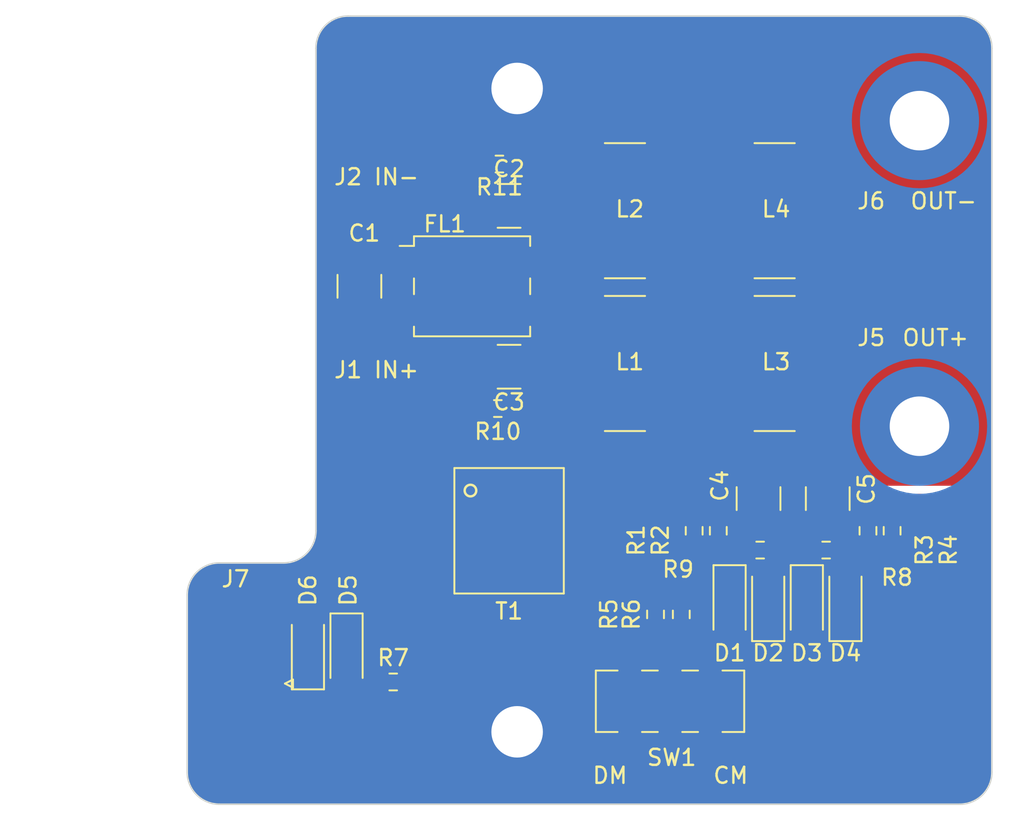
<source format=kicad_pcb>
(kicad_pcb (version 20221018) (generator pcbnew)
  (layers (0 "F.Cu" signal) (31 "B.Cu" signal) (34 "B.Paste" user) (35 "F.Paste" user) (36 "B.SilkS" user "B.Silkscreen") (37 "F.SilkS" user "F.Silkscreen") (38 "B.Mask" user) (39 "F.Mask" user) (44 "Edge.Cuts" user))
  (net 0 "")
  (net 1 "/IN_P")
  (net 2 "/IN_M")
  (net 3 "/INF_M")
  (net 4 "GND")
  (net 5 "/INF_P")
  (net 6 "/OUT_M")
  (net 7 "/OUT_P")
  (net 8 "/OUTPUT")
  (net 9 "/COMMON_MODE")
  (net 10 "Net-(SW1A-C)")
  (net 11 "/DIFF_MODE")
  (net 12 "Net-(C4-Pad2)")
  (net 13 "Net-(C5-Pad2)")
  (net 14 "Net-(D1-K)")
  (net 15 "Net-(D3-K)")
  (net 16 "Net-(D5-A)")
  (net 17 "Net-(L1-Pad2)")
  (net 18 "Net-(L2-Pad2)")
  (footprint "Inductor_SMD:L_Bourns-SRN8040_8x8.15mm" (layer "F.Cu") (at 152.2 78.1)
    (fp_text reference "L2" (at 0.3 -0.1) (layer "F.SilkS"))
    (fp_text value "22µH")
    (fp_line (start -1.25 4.2) (end 1.25 4.2) (stroke (width 0.12)) (layer "F.SilkS"))
    (fp_line (start 1.25 -4.2) (end -1.25 -4.2) (stroke (width 0.12)) (layer "F.SilkS"))
    (pad "1" smd rect (at -2.8 0) (size 2.6 8.2) (layers "F.Cu" "F.Paste" "F.Mask") (net 3 "/INF_M"))
    (pad "2" smd rect (at 2.8 0) (size 2.6 8.2) (layers "F.Cu" "F.Paste" "F.Mask") (net 18 "Net-(L2-Pad2)"))
  )
  (footprint "footprints:SWB2010-SMLD" (layer "F.Cu") (at 145 98)
    (fp_text reference "T1" (at 0 5) (layer "F.SilkS"))
    (fp_text value "SWB2010")
    (fp_line (start -3.4 -3.9) (end 3.4 -3.9) (stroke (width 0.12)) (layer "F.SilkS"))
    (fp_line (start -3.4 3.9) (end -3.4 -3.9) (stroke (width 0.12)) (layer "F.SilkS"))
    (fp_line (start 3.4 -3.9) (end 3.4 3.9) (stroke (width 0.12)) (layer "F.SilkS"))
    (fp_line (start 3.4 3.9) (end -3.4 3.9) (stroke (width 0.12)) (layer "F.SilkS"))
    (fp_circle (center -2.4 -2.5) (end -2.1 -2.3) (stroke (width 0.15)) (fill none) (layer "F.SilkS"))
    (pad "1" smd roundrect (at -5.6 -2.5) (size 3 0.8) (layers "F.Cu" "F.Paste" "F.Mask") (net 4 "GND"))
    (pad "2" smd roundrect (at -5.6 2.5) (size 3 0.8) (layers "F.Cu" "F.Paste" "F.Mask") (net 11 "/DIFF_MODE"))
    (pad "3" smd roundrect (at 5.6 2.5) (size 3 0.8) (layers "F.Cu" "F.Paste" "F.Mask") (net 15 "Net-(D3-K)"))
    (pad "4" smd roundrect (at 5.6 0) (size 3 0.8) (layers "F.Cu" "F.Paste" "F.Mask") (net 9 "/COMMON_MODE"))
    (pad "5" smd roundrect (at 5.6 -2.5) (size 3 0.8) (layers "F.Cu" "F.Paste" "F.Mask") (net 14 "Net-(D1-K)"))
    (pad "NC" smd roundrect (at -5.6 0) (size 3 0.8) (layers "F.Cu" "F.Paste" "F.Mask"))
  )
  (footprint "Resistor_SMD:R_0603_1608Metric" (layer "F.Cu") (at 154.1 103.2 90)
    (fp_text reference "R5" (at 0 -2.9 90) (layer "F.SilkS"))
    (fp_text value "82")
    (fp_line (start -0.237258 -0.5225) (end 0.237258 -0.5225) (stroke (width 0.12)) (layer "F.SilkS"))
    (fp_line (start -0.237258 0.5225) (end 0.237258 0.5225) (stroke (width 0.12)) (layer "F.SilkS"))
    (pad "1" smd roundrect (at -0.825 0 90) (size 0.8 0.95) (layers "F.Cu" "F.Paste" "F.Mask") (net 9 "/COMMON_MODE"))
    (pad "2" smd roundrect (at 0.825 0 90) (size 0.8 0.95) (layers "F.Cu" "F.Paste" "F.Mask") (net 4 "GND"))
  )
  (footprint "Resistor_SMD:R_0603_1608Metric" (layer "F.Cu") (at 164.7 99.2 180)
    (fp_text reference "R8" (at -4.4 -1.7) (layer "F.SilkS"))
    (fp_text value "68")
    (fp_line (start -0.237258 -0.5225) (end 0.237258 -0.5225) (stroke (width 0.12)) (layer "F.SilkS"))
    (fp_line (start -0.237258 0.5225) (end 0.237258 0.5225) (stroke (width 0.12)) (layer "F.SilkS"))
    (pad "1" smd roundrect (at -0.825 0 180) (size 0.8 0.95) (layers "F.Cu" "F.Paste" "F.Mask") (net 15 "Net-(D3-K)"))
    (pad "2" smd roundrect (at 0.825 0 180) (size 0.8 0.95) (layers "F.Cu" "F.Paste" "F.Mask") (net 4 "GND"))
  )
  (footprint "MountingHole:MountingHole_3.7mm_Pad" (layer "F.Cu") (at 170.5 72.5)
    (fp_text reference "J6" (at -3 5) (layer "F.SilkS"))
    (fp_text value "OUT-" (at 1.5 5) (layer "F.SilkS"))
    (pad "1" thru_hole circle (at 0 0) (size 7.4 7.4) (drill 3.7) (layers "*.Cu" "*.Mask") (net 6 "/OUT_M"))
  )
  (footprint "Capacitor_SMD:C_1210_3225Metric" (layer "F.Cu") (at 145 87.8 180)
    (fp_text reference "C3" (at 0 -2.2) (layer "F.SilkS"))
    (fp_text value "1µF")
    (fp_line (start -0.711252 -1.36) (end 0.711252 -1.36) (stroke (width 0.12)) (layer "F.SilkS"))
    (fp_line (start -0.711252 1.36) (end 0.711252 1.36) (stroke (width 0.12)) (layer "F.SilkS"))
    (pad "1" smd roundrect (at -1.475 0 180) (size 1.15 2.7) (layers "F.Cu" "F.Paste" "F.Mask") (roundrect_rratio 0.2173913043) (net 5 "/INF_P"))
    (pad "2" smd roundrect (at 1.475 0 180) (size 1.15 2.7) (layers "F.Cu" "F.Paste" "F.Mask") (roundrect_rratio 0.2173913043) (net 4 "GND"))
  )
  (footprint "Inductor_SMD:L_CommonModeChoke_TDK_ACM7060" (layer "F.Cu") (at 142.7 82.8)
    (fp_text reference "FL1" (at -1.7 -3.87) (layer "F.SilkS"))
    (fp_text value "CM7060")
    (fp_line (start -3.61 -3.11) (end 3.61 -3.11) (stroke (width 0.12)) (layer "F.SilkS"))
    (fp_line (start -3.61 -2.51) (end -4.5 -2.51) (stroke (width 0.12)) (layer "F.SilkS"))
    (fp_line (start -3.61 -2.51) (end -3.61 -3.11) (stroke (width 0.12)) (layer "F.SilkS"))
    (fp_line (start -3.61 0.49) (end -3.61 -0.49) (stroke (width 0.12)) (layer "F.SilkS"))
    (fp_line (start -3.61 3.11) (end -3.61 2.51) (stroke (width 0.12)) (layer "F.SilkS"))
    (fp_line (start -3.61 3.11) (end 3.61 3.11) (stroke (width 0.12)) (layer "F.SilkS"))
    (fp_line (start 3.61 -2.51) (end 3.61 -3.11) (stroke (width 0.12)) (layer "F.SilkS"))
    (fp_line (start 3.61 0.49) (end 3.61 -0.49) (stroke (width 0.12)) (layer "F.SilkS"))
    (fp_line (start 3.61 3.11) (end 3.61 2.51) (stroke (width 0.12)) (layer "F.SilkS"))
    (pad "1" smd roundrect (at -3.25 -1.5) (size 2.5 1.5) (layers "F.Cu" "F.Paste" "F.Mask") (roundrect_rratio 0.1666666667) (net 2 "/IN_M"))
    (pad "2" smd roundrect (at -3.25 1.5) (size 2.5 1.5) (layers "F.Cu" "F.Paste" "F.Mask") (roundrect_rratio 0.1666666667) (net 1 "/IN_P"))
    (pad "3" smd roundrect (at 3.25 1.5) (size 2.5 1.5) (layers "F.Cu" "F.Paste" "F.Mask") (roundrect_rratio 0.1666666667) (net 5 "/INF_P"))
    (pad "4" smd roundrect (at 3.25 -1.5) (size 2.5 1.5) (layers "F.Cu" "F.Paste" "F.Mask") (roundrect_rratio 0.1666666667) (net 3 "/INF_M"))
  )
  (footprint "Capacitor_SMD:C_1210_3225Metric" (layer "F.Cu") (at 164.8 96 -90)
    (fp_text reference "C5" (at -0.6 -2.4 90) (layer "F.SilkS"))
    (fp_text value "1µF")
    (fp_line (start -0.711252 -1.36) (end 0.711252 -1.36) (stroke (width 0.12)) (layer "F.SilkS"))
    (fp_line (start -0.711252 1.36) (end 0.711252 1.36) (stroke (width 0.12)) (layer "F.SilkS"))
    (pad "1" smd roundrect (at -1.475 0 270) (size 1.15 2.7) (layers "F.Cu" "F.Paste" "F.Mask") (roundrect_rratio 0.2173913043) (net 7 "/OUT_P"))
    (pad "2" smd roundrect (at 1.475 0 270) (size 1.15 2.7) (layers "F.Cu" "F.Paste" "F.Mask") (roundrect_rratio 0.2173913043) (net 13 "Net-(C5-Pad2)"))
  )
  (footprint "Capacitor_SMD:C_1210_3225Metric" (layer "F.Cu") (at 135.7 82.8 90)
    (fp_text reference "C1" (at 3.3 0.3 180) (layer "F.SilkS"))
    (fp_text value "1µF")
    (fp_line (start -0.711252 -1.36) (end 0.711252 -1.36) (stroke (width 0.12)) (layer "F.SilkS"))
    (fp_line (start -0.711252 1.36) (end 0.711252 1.36) (stroke (width 0.12)) (layer "F.SilkS"))
    (pad "1" smd roundrect (at -1.475 0 90) (size 1.15 2.7) (layers "F.Cu" "F.Paste" "F.Mask") (roundrect_rratio 0.2173913043) (net 1 "/IN_P"))
    (pad "2" smd roundrect (at 1.475 0 90) (size 1.15 2.7) (layers "F.Cu" "F.Paste" "F.Mask") (roundrect_rratio 0.2173913043) (net 2 "/IN_M"))
  )
  (footprint "Inductor_SMD:L_Bourns-SRN8040_8x8.15mm" (layer "F.Cu") (at 161.5 87.6)
    (fp_text reference "L3" (at 0.09 -0.1) (layer "F.SilkS"))
    (fp_text value "22µH")
    (fp_line (start -1.25 4.2) (end 1.25 4.2) (stroke (width 0.12)) (layer "F.SilkS"))
    (fp_line (start 1.25 -4.2) (end -1.25 -4.2) (stroke (width 0.12)) (layer "F.SilkS"))
    (pad "1" smd rect (at -2.8 0) (size 2.6 8.2) (layers "F.Cu" "F.Paste" "F.Mask") (net 17 "Net-(L1-Pad2)"))
    (pad "2" smd rect (at 2.8 0) (size 2.6 8.2) (layers "F.Cu" "F.Paste" "F.Mask") (net 7 "/OUT_P"))
  )
  (footprint "Diode_SMD:D_SOD-123" (layer "F.Cu") (at 161.1 102.5 90)
    (fp_text reference "D2" (at -3.1 0 180) (layer "F.SilkS"))
    (fp_text value "DSS16")
    (fp_line (start -2.36 -1) (end -2.36 1) (stroke (width 0.12)) (layer "F.SilkS"))
    (fp_line (start -2.36 -1) (end 1.65 -1) (stroke (width 0.12)) (layer "F.SilkS"))
    (fp_line (start -2.36 1) (end 1.65 1) (stroke (width 0.12)) (layer "F.SilkS"))
    (pad "1" smd roundrect (at -1.65 0 90) (size 0.9 1.2) (layers "F.Cu" "F.Paste" "F.Mask") (net 4 "GND"))
    (pad "2" smd roundrect (at 1.65 0 90) (size 0.9 1.2) (layers "F.Cu" "F.Paste" "F.Mask") (net 14 "Net-(D1-K)"))
  )
  (footprint "Diode_SMD:D_SOD-123" (layer "F.Cu") (at 134.9 105.5 -90)
    (fp_text reference "D5" (at -3.8 -0.1 90) (layer "F.SilkS"))
    (fp_text value "BAT54GW")
    (fp_line (start -2.36 -1) (end -2.36 1) (stroke (width 0.12)) (layer "F.SilkS"))
    (fp_line (start -2.36 -1) (end 1.65 -1) (stroke (width 0.12)) (layer "F.SilkS"))
    (fp_line (start -2.36 1) (end 1.65 1) (stroke (width 0.12)) (layer "F.SilkS"))
    (pad "1" smd roundrect (at -1.65 0 270) (size 0.9 1.2) (layers "F.Cu" "F.Paste" "F.Mask") (net 4 "GND"))
    (pad "2" smd roundrect (at 1.65 0 270) (size 0.9 1.2) (layers "F.Cu" "F.Paste" "F.Mask") (net 16 "Net-(D5-A)"))
  )
  (footprint "footprints:SW_DPDT_CK_JS202011JCQN" (layer "F.Cu") (at 155 108.6 180)
    (fp_text reference "SW1" (at -0.1 -3.5) (layer "F.SilkS"))
    (fp_text value "DPDT")
    (fp_line (start -4.61 -1.91) (end -4.61 1.91) (stroke (width 0.12)) (layer "F.SilkS"))
    (fp_line (start -4.61 1.91) (end -3.26 1.91) (stroke (width 0.12)) (layer "F.SilkS"))
    (fp_line (start -3.26 -1.91) (end -4.61 -1.91) (stroke (width 0.12)) (layer "F.SilkS"))
    (fp_line (start -0.76 -1.91) (end -1.74 -1.91) (stroke (width 0.12)) (layer "F.SilkS"))
    (fp_line (start -0.76 1.91) (end -1.74 1.91) (stroke (width 0.12)) (layer "F.SilkS"))
    (fp_line (start 1.74 -1.91) (end 0.76 -1.91) (stroke (width 0.12)) (layer "F.SilkS"))
    (fp_line (start 1.74 1.91) (end 0.76 1.91) (stroke (width 0.12)) (layer "F.SilkS"))
    (fp_line (start 4.61 -1.91) (end 3.26 -1.91) (stroke (width 0.12)) (layer "F.SilkS"))
    (fp_line (start 4.61 -1.91) (end 4.61 1.91) (stroke (width 0.12)) (layer "F.SilkS"))
    (fp_line (start 4.61 1.91) (end 3.26 1.91) (stroke (width 0.12)) (layer "F.SilkS"))
    (pad "1" smd rect (at -2.5 -1.4 180) (size 1 2) (layers "F.Cu" "F.Paste" "F.Mask") (net 8 "/OUTPUT"))
    (pad "2" smd rect (at 0 -1.4 180) (size 1 2) (layers "F.Cu" "F.Paste" "F.Mask") (net 9 "/COMMON_MODE"))
    (pad "3" smd rect (at 2.5 -1.4 180) (size 1 2) (layers "F.Cu" "F.Paste" "F.Mask") (net 10 "Net-(SW1A-C)"))
    (pad "4" smd rect (at -2.5 1.4 180) (size 1 2) (layers "F.Cu" "F.Paste" "F.Mask") (net 10 "Net-(SW1A-C)"))
    (pad "5" smd rect (at 0 1.4 180) (size 1 2) (layers "F.Cu" "F.Paste" "F.Mask") (net 11 "/DIFF_MODE"))
    (pad "6" smd rect (at 2.5 1.4 180) (size 1 2) (layers "F.Cu" "F.Paste" "F.Mask") (net 8 "/OUTPUT"))
  )
  (footprint "Resistor_SMD:R_0603_1608Metric" (layer "F.Cu") (at 158 98 -90)
    (fp_text reference "R2" (at 0.6 3.6 90) (layer "F.SilkS"))
    (fp_text value "50")
    (fp_line (start -0.237258 -0.5225) (end 0.237258 -0.5225) (stroke (width 0.12)) (layer "F.SilkS"))
    (fp_line (start -0.237258 0.5225) (end 0.237258 0.5225) (stroke (width 0.12)) (layer "F.SilkS"))
    (pad "1" smd roundrect (at -0.825 0 270) (size 0.8 0.95) (layers "F.Cu" "F.Paste" "F.Mask") (net 12 "Net-(C4-Pad2)"))
    (pad "2" smd roundrect (at 0.825 0 270) (size 0.8 0.95) (layers "F.Cu" "F.Paste" "F.Mask") (net 14 "Net-(D1-K)"))
  )
  (footprint "Resistor_SMD:R_0603_1608Metric" (layer "F.Cu") (at 160.6 99.2)
    (fp_text reference "R9" (at -5.1 1.2) (layer "F.SilkS"))
    (fp_text value "68")
    (fp_line (start -0.237258 -0.5225) (end 0.237258 -0.5225) (stroke (width 0.12)) (layer "F.SilkS"))
    (fp_line (start -0.237258 0.5225) (end 0.237258 0.5225) (stroke (width 0.12)) (layer "F.SilkS"))
    (pad "1" smd roundrect (at -0.825 0) (size 0.8 0.95) (layers "F.Cu" "F.Paste" "F.Mask") (net 14 "Net-(D1-K)"))
    (pad "2" smd roundrect (at 0.825 0) (size 0.8 0.95) (layers "F.Cu" "F.Paste" "F.Mask") (net 4 "GND"))
  )
  (footprint "MountingHole:MountingHole_3.2mm_M3_Pad" (layer "F.Cu") (at 145.5 70.5)
    (fp_text reference "J3" hide)
    (fp_text value "GND")
    (pad "1" thru_hole circle (at 0 0) (size 6.4 6.4) (drill 3.2) (layers "*.Cu" "*.Mask") (net 4 "GND"))
  )
  (footprint "Resistor_SMD:R_0603_1608Metric" (layer "F.Cu") (at 144.3 90.4 180)
    (fp_text reference "R10" (at 0 -1.43) (layer "F.SilkS"))
    (fp_text value "100k")
    (fp_line (start -0.237258 -0.5225) (end 0.237258 -0.5225) (stroke (width 0.12)) (layer "F.SilkS"))
    (fp_line (start -0.237258 0.5225) (end 0.237258 0.5225) (stroke (width 0.12)) (layer "F.SilkS"))
    (pad "1" smd roundrect (at -0.825 0 180) (size 0.8 0.95) (layers "F.Cu" "F.Paste" "F.Mask") (net 5 "/INF_P"))
    (pad "2" smd roundrect (at 0.825 0 180) (size 0.8 0.95) (layers "F.Cu" "F.Paste" "F.Mask") (net 4 "GND"))
  )
  (footprint "Resistor_SMD:R_0603_1608Metric" (layer "F.Cu") (at 168.8 98 -90)
    (fp_text reference "R4" (at 1.2 -3.5 90) (layer "F.SilkS"))
    (fp_text value "50")
    (fp_line (start -0.237258 -0.5225) (end 0.237258 -0.5225) (stroke (width 0.12)) (layer "F.SilkS"))
    (fp_line (start -0.237258 0.5225) (end 0.237258 0.5225) (stroke (width 0.12)) (layer "F.SilkS"))
    (pad "1" smd roundrect (at -0.825 0 270) (size 0.8 0.95) (layers "F.Cu" "F.Paste" "F.Mask") (net 13 "Net-(C5-Pad2)"))
    (pad "2" smd roundrect (at 0.825 0 270) (size 0.8 0.95) (layers "F.Cu" "F.Paste" "F.Mask") (net 15 "Net-(D3-K)"))
  )
  (footprint "Inductor_SMD:L_Bourns-SRN8040_8x8.15mm" (layer "F.Cu") (at 152.2 87.6)
    (fp_text reference "L1" (at 0.3 -0.1) (layer "F.SilkS"))
    (fp_text value "22µH")
    (fp_line (start -1.25 4.2) (end 1.25 4.2) (stroke (width 0.12)) (layer "F.SilkS"))
    (fp_line (start 1.25 -4.2) (end -1.25 -4.2) (stroke (width 0.12)) (layer "F.SilkS"))
    (pad "1" smd rect (at -2.8 0) (size 2.6 8.2) (layers "F.Cu" "F.Paste" "F.Mask") (net 5 "/INF_P"))
    (pad "2" smd rect (at 2.8 0) (size 2.6 8.2) (layers "F.Cu" "F.Paste" "F.Mask") (net 17 "Net-(L1-Pad2)"))
  )
  (footprint "Diode_SMD:D_SOD-123" (layer "F.Cu") (at 163.5 102.5 -90)
    (fp_text reference "D3" (at 3.1 0 -180) (layer "F.SilkS"))
    (fp_text value "DSS16")
    (fp_line (start -2.36 -1) (end -2.36 1) (stroke (width 0.12)) (layer "F.SilkS"))
    (fp_line (start -2.36 -1) (end 1.65 -1) (stroke (width 0.12)) (layer "F.SilkS"))
    (fp_line (start -2.36 1) (end 1.65 1) (stroke (width 0.12)) (layer "F.SilkS"))
    (pad "1" smd roundrect (at -1.65 0 270) (size 0.9 1.2) (layers "F.Cu" "F.Paste" "F.Mask") (net 15 "Net-(D3-K)"))
    (pad "2" smd roundrect (at 1.65 0 270) (size 0.9 1.2) (layers "F.Cu" "F.Paste" "F.Mask") (net 4 "GND"))
  )
  (footprint "footprints:BANANA_JACK_108-0902-001" (layer "F.Cu") (at 137.425 91.5)
    (fp_text reference "J1" (at -2.425 -3.5 unlocked) (layer "F.SilkS"))
    (fp_text value "IN+" (at 0.575 -3.5 unlocked) (layer "F.SilkS"))
    (pad "1" smd roundrect (at 0 0) (size 8 5) (layers "F.Cu" "F.Paste" "F.Mask") (roundrect_rratio 0.05) (net 1 "/IN_P"))
  )
  (footprint "Resistor_SMD:R_0603_1608Metric" (layer "F.Cu") (at 155.7 103.2 -90)
    (fp_text reference "R6" (at 0 3.1 90) (layer "F.SilkS"))
    (fp_text value "82")
    (fp_line (start -0.237258 -0.5225) (end 0.237258 -0.5225) (stroke (width 0.12)) (layer "F.SilkS"))
    (fp_line (start -0.237258 0.5225) (end 0.237258 0.5225) (stroke (width 0.12)) (layer "F.SilkS"))
    (pad "1" smd roundrect (at -0.825 0 270) (size 0.8 0.95) (layers "F.Cu" "F.Paste" "F.Mask") (net 4 "GND"))
    (pad "2" smd roundrect (at 0.825 0 270) (size 0.8 0.95) (layers "F.Cu" "F.Paste" "F.Mask") (net 10 "Net-(SW1A-C)"))
  )
  (footprint "Capacitor_SMD:C_1210_3225Metric" (layer "F.Cu") (at 145 77.8 180)
    (fp_text reference "C2" (at 0 2.3) (layer "F.SilkS"))
    (fp_text value "1µF")
    (fp_line (start -0.711252 -1.36) (end 0.711252 -1.36) (stroke (width 0.12)) (layer "F.SilkS"))
    (fp_line (start -0.711252 1.36) (end 0.711252 1.36) (stroke (width 0.12)) (layer "F.SilkS"))
    (pad "1" smd roundrect (at -1.475 0 180) (size 1.15 2.7) (layers "F.Cu" "F.Paste" "F.Mask") (roundrect_rratio 0.2173913043) (net 3 "/INF_M"))
    (pad "2" smd roundrect (at 1.475 0 180) (size 1.15 2.7) (layers "F.Cu" "F.Paste" "F.Mask") (roundrect_rratio 0.2173913043) (net 4 "GND"))
  )
  (footprint "MountingHole:MountingHole_3.7mm_Pad" (layer "F.Cu") (at 170.5 91.5)
    (fp_text reference "J5" (at -3 -5.5) (layer "F.SilkS"))
    (fp_text value "OUT+" (at 1 -5.5) (layer "F.SilkS"))
    (pad "1" thru_hole circle (at 0 0) (size 7.4 7.4) (drill 3.7) (layers "*.Cu" "*.Mask") (net 7 "/OUT_P"))
  )
  (footprint "Inductor_SMD:L_Bourns-SRN8040_8x8.15mm" (layer "F.Cu") (at 161.5 78.1)
    (fp_text reference "L4" (at 0.09 -0.1) (layer "F.SilkS"))
    (fp_text value "22µH")
    (fp_line (start -1.25 4.2) (end 1.25 4.2) (stroke (width 0.12)) (layer "F.SilkS"))
    (fp_line (start 1.25 -4.2) (end -1.25 -4.2) (stroke (width 0.12)) (layer "F.SilkS"))
    (pad "1" smd rect (at -2.8 0) (size 2.6 8.2) (layers "F.Cu" "F.Paste" "F.Mask") (net 18 "Net-(L2-Pad2)"))
    (pad "2" smd rect (at 2.8 0) (size 2.6 8.2) (layers "F.Cu" "F.Paste" "F.Mask") (net 6 "/OUT_M"))
  )
  (footprint "MountingHole:MountingHole_3.2mm_M3_Pad" (layer "F.Cu") (at 145.5 110.5)
    (fp_text reference "J4" hide)
    (fp_text value "GND")
    (pad "1" thru_hole circle (at 0 0) (size 6.4 6.4) (drill 3.2) (layers "*.Cu" "*.Mask") (net 4 "GND"))
  )
  (footprint "Diode_SMD:D_SOD-123" (layer "F.Cu") (at 165.9 102.5 90)
    (fp_text reference "D4" (at -3.1 0 180) (layer "F.SilkS"))
    (fp_text value "DSS16")
    (fp_line (start -2.36 -1) (end -2.36 1) (stroke (width 0.12)) (layer "F.SilkS"))
    (fp_line (start -2.36 -1) (end 1.65 -1) (stroke (width 0.12)) (layer "F.SilkS"))
    (fp_line (start -2.36 1) (end 1.65 1) (stroke (width 0.12)) (layer "F.SilkS"))
    (pad "1" smd roundrect (at -1.65 0 90) (size 0.9 1.2) (layers "F.Cu" "F.Paste" "F.Mask") (net 4 "GND"))
    (pad "2" smd roundrect (at 1.65 0 90) (size 0.9 1.2) (layers "F.Cu" "F.Paste" "F.Mask") (net 15 "Net-(D3-K)"))
  )
  (footprint "Resistor_SMD:R_0603_1608Metric" (layer "F.Cu") (at 167.3 98 -90)
    (fp_text reference "R3" (at 1.2 -3.5 90) (layer "F.SilkS"))
    (fp_text value "50")
    (fp_line (start -0.237258 -0.5225) (end 0.237258 -0.5225) (stroke (width 0.12)) (layer "F.SilkS"))
    (fp_line (start -0.237258 0.5225) (end 0.237258 0.5225) (stroke (width 0.12)) (layer "F.SilkS"))
    (pad "1" smd roundrect (at -0.825 0 270) (size 0.8 0.95) (layers "F.Cu" "F.Paste" "F.Mask") (net 13 "Net-(C5-Pad2)"))
    (pad "2" smd roundrect (at 0.825 0 270) (size 0.8 0.95) (layers "F.Cu" "F.Paste" "F.Mask") (net 15 "Net-(D3-K)"))
  )
  (footprint "Connector_Coaxial:SMA_Amphenol_132289_EdgeMount" (layer "F.Cu") (at 127.8625 107.5 180)
    (fp_text reference "J7" (at -0.1375 6.5 180) (layer "F.SilkS"))
    (fp_text value "SMA")
    (fp_line (start -3.71 -0.25) (end -3.71 0.25) (stroke (width 0.12)) (layer "F.SilkS"))
    (fp_line (start -3.71 0.25) (end -3.21 0) (stroke (width 0.12)) (layer "F.SilkS"))
    (fp_line (start -3.21 0) (end -3.71 -0.25) (stroke (width 0.12)) (layer "F.SilkS"))
    (pad "1" smd rect (at 0 0 270) (size 1.5 5.08) (layers "F.Cu" "F.Paste" "F.Mask") (net 16 "Net-(D5-A)"))
    (pad "2" smd rect (at 0 -4.25 270) (size 1.5 5.08) (layers "F.Cu" "F.Paste" "F.Mask") (net 4 "GND"))
    (pad "2" smd rect (at 0 -4.25 270) (size 1.5 5.08) (layers "B.Cu" "B.Paste" "B.Mask") (net 4 "GND"))
    (pad "2" smd rect (at 0 4.25 270) (size 1.5 5.08) (layers "F.Cu" "F.Paste" "F.Mask") (net 4 "GND"))
    (pad "2" smd rect (at 0 4.25 270) (size 1.5 5.08) (layers "B.Cu" "B.Paste" "B.Mask") (net 4 "GND"))
  )
  (footprint "Diode_SMD:D_SOD-123" (layer "F.Cu") (at 158.7 102.5 -90)
    (fp_text reference "D1" (at 3.1 0 -180) (layer "F.SilkS"))
    (fp_text value "DSS16")
    (fp_line (start -2.36 -1) (end -2.36 1) (stroke (width 0.12)) (layer "F.SilkS"))
    (fp_line (start -2.36 -1) (end 1.65 -1) (stroke (width 0.12)) (layer "F.SilkS"))
    (fp_line (start -2.36 1) (end 1.65 1) (stroke (width 0.12)) (layer "F.SilkS"))
    (pad "1" smd roundrect (at -1.65 0 270) (size 0.9 1.2) (layers "F.Cu" "F.Paste" "F.Mask") (net 14 "Net-(D1-K)"))
    (pad "2" smd roundrect (at 1.65 0 270) (size 0.9 1.2) (layers "F.Cu" "F.Paste" "F.Mask") (net 4 "GND"))
  )
  (footprint "footprints:BANANA_JACK_108-0902-001" (layer "F.Cu") (at 137.425 72.5)
    (fp_text reference "J2" (at -2.425 3.5 unlocked) (layer "F.SilkS"))
    (fp_text value "IN-" (at 0.575 3.5 unlocked) (layer "F.SilkS"))
    (pad "1" smd roundrect (at 0 0) (size 8 5) (layers "F.Cu" "F.Paste" "F.Mask") (roundrect_rratio 0.05) (net 2 "/IN_M"))
  )
  (footprint "Resistor_SMD:R_0603_1608Metric" (layer "F.Cu") (at 137.8 107.4 180)
    (fp_text reference "R7" (at 0 1.5) (layer "F.SilkS"))
    (fp_text value "30")
    (fp_line (start -0.237258 -0.5225) (end 0.237258 -0.5225) (stroke (width 0.12)) (layer "F.SilkS"))
    (fp_line (start -0.237258 0.5225) (end 0.237258 0.5225) (stroke (width 0.12)) (layer "F.SilkS"))
    (pad "1" smd roundrect (at -0.825 0 180) (size 0.8 0.95) (layers "F.Cu" "F.Paste" "F.Mask") (net 8 "/OUTPUT"))
    (pad "2" smd roundrect (at 0.825 0 180) (size 0.8 0.95) (layers "F.Cu" "F.Paste" "F.Mask") (net 16 "Net-(D5-A)"))
  )
  (footprint "Diode_SMD:D_SOD-123" (layer "F.Cu") (at 132.5 105.5 90)
    (fp_text reference "D6" (at 3.8 0 90) (layer "F.SilkS"))
    (fp_text value "BAT54GW")
    (fp_line (start -2.36 -1) (end -2.36 1) (stroke (width 0.12)) (layer "F.SilkS"))
    (fp_line (start -2.36 -1) (end 1.65 -1) (stroke (width 0.12)) (layer "F.SilkS"))
    (fp_line (start -2.36 1) (end 1.65 1) (stroke (width 0.12)) (layer "F.SilkS"))
    (pad "1" smd roundrect (at -1.65 0 90) (size 0.9 1.2) (layers "F.Cu" "F.Paste" "F.Mask") (net 16 "Net-(D5-A)"))
    (pad "2" smd roundrect (at 1.65 0 90) (size 0.9 1.2) (layers "F.Cu" "F.Paste" "F.Mask") (net 4 "GND"))
  )
  (footprint "Capacitor_SMD:C_1210_3225Metric" (layer "F.Cu") (at 160.5 96 -90)
    (fp_text reference "C4" (at -0.8 2.4 90) (layer "F.SilkS"))
    (fp_text value "1µF")
    (fp_line (start -0.711252 -1.36) (end 0.711252 -1.36) (stroke (width 0.12)) (layer "F.SilkS"))
    (fp_line (start -0.711252 1.36) (end 0.711252 1.36) (stroke (width 0.12)) (layer "F.SilkS"))
    (pad "1" smd roundrect (at -1.475 0 270) (size 1.15 2.7) (layers "F.Cu" "F.Paste" "F.Mask") (roundrect_rratio 0.2173913043) (net 6 "/OUT_M"))
    (pad "2" smd roundrect (at 1.475 0 270) (size 1.15 2.7) (layers "F.Cu" "F.Paste" "F.Mask") (roundrect_rratio 0.2173913043) (net 12 "Net-(C4-Pad2)"))
  )
  (footprint "Resistor_SMD:R_0603_1608Metric" (layer "F.Cu") (at 144.4 75.2 180)
    (fp_text reference "R11" (at 0 -1.43) (layer "F.SilkS"))
    (fp_text value "100k")
    (fp_line (start -0.237258 -0.5225) (end 0.237258 -0.5225) (stroke (width 0.12)) (layer "F.SilkS"))
    (fp_line (start -0.237258 0.5225) (end 0.237258 0.5225) (stroke (width 0.12)) (layer "F.SilkS"))
    (pad "1" smd roundrect (at -0.825 0 180) (size 0.8 0.95) (layers "F.Cu" "F.Paste" "F.Mask") (net 3 "/INF_M"))
    (pad "2" smd roundrect (at 0.825 0 180) (size 0.8 0.95) (layers "F.Cu" "F.Paste" "F.Mask") (net 4 "GND"))
  )
  (footprint "Resistor_SMD:R_0603_1608Metric" (layer "F.Cu") (at 156.5 98 -90)
    (fp_text reference "R1" (at 0.6 3.6 90) (layer "F.SilkS"))
    (fp_text value "50")
    (fp_line (start -0.237258 -0.5225) (end 0.237258 -0.5225) (stroke (width 0.12)) (layer "F.SilkS"))
    (fp_line (start -0.237258 0.5225) (end 0.237258 0.5225) (stroke (width 0.12)) (layer "F.SilkS"))
    (pad "1" smd roundrect (at -0.825 0 270) (size 0.8 0.95) (layers "F.Cu" "F.Paste" "F.Mask") (net 12 "Net-(C4-Pad2)"))
    (pad "2" smd roundrect (at 0.825 0 270) (size 0.8 0.95) (layers "F.Cu" "F.Paste" "F.Mask") (net 14 "Net-(D1-K)"))
  )
  (gr_line (start 133 68) (end 133 98) (stroke (width 0.1)) (layer "Edge.Cuts"))
  (gr_line (start 175 113) (end 175 68) (stroke (width 0.1)) (layer "Edge.Cuts"))
  (gr_arc (start 175 113) (mid 174.414214 114.414214) (end 173 115) (stroke (width 0.1)) (layer "Edge.Cuts"))
  (gr_arc (start 133 98) (mid 132.414214 99.414214) (end 131 100) (stroke (width 0.1)) (layer "Edge.Cuts"))
  (gr_arc (start 173 66) (mid 174.414214 66.585786) (end 175 68) (stroke (width 0.1)) (layer "Edge.Cuts"))
  (gr_line (start 125 102) (end 125 113) (stroke (width 0.1)) (layer "Edge.Cuts"))
  (gr_line (start 127 115) (end 173 115) (stroke (width 0.1)) (layer "Edge.Cuts"))
  (gr_arc (start 125 102) (mid 125.585786 100.585786) (end 127 100) (stroke (width 0.1)) (layer "Edge.Cuts"))
  (gr_line (start 131 100) (end 127 100) (stroke (width 0.1)) (layer "Edge.Cuts"))
  (gr_arc (start 133 68) (mid 133.585786 66.585786) (end 135 66) (stroke (width 0.1)) (layer "Edge.Cuts"))
  (gr_line (start 173 66) (end 135 66) (stroke (width 0.1)) (layer "Edge.Cuts"))
  (gr_arc (start 127 115) (mid 125.585786 114.414214) (end 125 113) (stroke (width 0.1)) (layer "Edge.Cuts"))
  (gr_text "DM" (at 150.1 113.8) (layer "F.SilkS") (effects (font (size 1 1)) (justify left bottom)))
  (gr_text "CM" (at 157.6 113.8) (layer "F.SilkS") (effects (font (size 1 1)) (justify left bottom)))
  (segment (start 135.725 84.3) (end 135.7 84.275) (width 0.6) (layer "F.Cu") (net 1))
  (segment (start 139.45 85.55) (end 137.425 87.575) (width 0.6) (layer "F.Cu") (net 1))
  (segment (start 139.45 84.3) (end 139.45 85.55) (width 0.6) (layer "F.Cu") (net 1))
  (segment (start 139.45 84.3) (end 135.725 84.3) (width 0.6) (layer "F.Cu") (net 1))
  (segment (start 137.425 87.575) (end 137.425 90) (width 0.6) (layer "F.Cu") (net 1))
  (segment (start 139.45 72.05) (end 140 71.5) (width 0.6) (layer "F.Cu") (net 2))
  (segment (start 139.45 81.3) (end 139.45 72.05) (width 0.6) (layer "F.Cu") (net 2))
  (segment (start 135.725 81.3) (end 135.7 81.325) (width 0.6) (layer "F.Cu") (net 2))
  (segment (start 139.45 81.3) (end 135.725 81.3) (width 0.6) (layer "F.Cu") (net 2))
  (segment (start 152.8 98.7) (end 152.8 97.2) (width 0.6) (layer "F.Cu") (net 4))
  (segment (start 144.8 96.7) (end 143.525 95.425) (width 0.6) (layer "F.Cu") (net 4))
  (segment (start 147.7 101.6) (end 147.7 99.763604) (width 0.6) (layer "F.Cu") (net 4))
  (segment (start 134.9 97.8) (end 134.9 103.85) (width 0.6) (layer "F.Cu") (net 4))
  (segment (start 143.525 93.5) (end 155 93.5) (width 0.6) (layer "F.Cu") (net 4))
  (segment (start 143.525 94.175) (end 143.525 95.475) (width 0.6) (layer "F.Cu") (net 4))
  (segment (start 143.525 72.475) (end 145.5 70.5) (width 0.6) (layer "F.Cu") (net 4))
  (segment (start 148.263604 99.2) (end 152.3 99.2) (width 0.6) (layer "F.Cu") (net 4))
  (segment (start 156 93.5) (end 158.5 96) (width 0.6) (layer "F.Cu") (net 4))
  (segment (start 158.5 96) (end 162.6 96) (width 0.6) (layer "F.Cu") (net 4))
  (segment (start 153.925 102.3) (end 148.4 102.3) (width 0.6) (layer "F.Cu") (net 4))
  (segment (start 167.35 104.15) (end 158.7 104.15) (width 0.6) (layer "F.Cu") (net 4))
  (segment (start 143.525 87.8) (end 143.525 72.475) (width 0.6) (layer "F.Cu") (net 4))
  (segment (start 162.6 96) (end 162.6 99.2) (width 0.6) (layer "F.Cu") (net 4))
  (segment (start 143.525 95.425) (end 143.525 94.175) (width 0.6) (layer "F.Cu") (net 4))
  (segment (start 143.525 95.475) (end 143.5 95.5) (width 0.6) (layer "F.Cu") (net 4))
  (segment (start 162.2 99.2) (end 163.875 99.2) (width 0.6) (layer "F.Cu") (net 4))
  (segment (start 155.975 102.375) (end 154 102.375) (width 0.6) (layer "F.Cu") (net 4))
  (segment (start 130.75 103.25) (end 127.8625 103.25) (width 0.6) (layer "F.Cu") (net 4))
  (segment (start 152.8 97.2) (end 152.3 96.7) (width 0.6) (layer "F.Cu") (net 4))
  (segment (start 152.3 99.2) (end 152.8 98.7) (width 0.6) (layer "F.Cu") (net 4))
  (segment (start 155 93.5) (end 156 93.5) (width 0.6) (layer "F.Cu") (net 4))
  (segment (start 162.6 96) (end 171 96) (width 0.6) (layer "F.Cu") (net 4))
  (segment (start 171 96) (end 171.4 96.4) (width 0.6) (layer "F.Cu") (net 4))
  (segment (start 143.525 87.8) (end 143.525 93.5) (width 0.6) (layer "F.Cu") (net 4))
  (segment (start 137.2 95.5) (end 134.9 97.8) (width 0.6) (layer "F.Cu") (net 4))
  (segment (start 148.4 102.3) (end 147.7 101.6) (width 0.6) (layer "F.Cu") (net 4))
  (segment (start 131.35 103.85) (end 130.75 103.25) (width 0.6) (layer "F.Cu") (net 4))
  (segment (start 152.3 96.7) (end 144.8 96.7) (width 0.6) (layer "F.Cu") (net 4))
  (segment (start 157.75 104.15) (end 155.975 102.375) (width 0.6) (layer "F.Cu") (net 4))
  (segment (start 171.4 100.1) (end 167.35 104.15) (width 0.6) (layer "F.Cu") (net 4))
  (segment (start 143.5 95.5) (end 137.2 95.5) (width 0.6) (layer "F.Cu") (net 4))
  (segment (start 162.6 99.2) (end 162.2 99.2) (width 0.6) (layer "F.Cu") (net 4))
  (segment (start 147.7 99.763604) (end 148.263604 99.2) (width 0.6) (layer "F.Cu") (net 4))
  (segment (start 134.9 103.85) (end 131.35 103.85) (width 0.6) (layer "F.Cu") (net 4))
  (segment (start 158.7 104.15) (end 157.75 104.15) (width 0.6) (layer "F.Cu") (net 4))
  (segment (start 162.2 99.2) (end 161.425 99.2) (width 0.6) (layer "F.Cu") (net 4))
  (segment (start 143.525 93.5) (end 143.525 94.175) (width 0.6) (layer "F.Cu") (net 4))
  (segment (start 171.4 96.4) (end 171.4 100.1) (width 0.6) (layer "F.Cu") (net 4))
  (segment (start 154 102.375) (end 153.925 102.3) (width 0.6) (layer "F.Cu") (net 4))
  (segment (start 154.1 102.275) (end 154 102.375) (width 0.6) (layer "F.Cu") (net 4))
  (segment (start 161.5 94.5) (end 161.475 94.525) (width 0.6) (layer "F.Cu") (net 6))
  (segment (start 161.5 82.5) (end 161.5 94.5) (width 0.6) (layer "F.Cu") (net 6))
  (segment (start 164.8 81.8) (end 164.7 81.9) (width 0.6) (layer "F.Cu") (net 6))
  (segment (start 162.1 81.9) (end 161.5 82.5) (width 0.6) (layer "F.Cu") (net 6))
  (segment (start 164.7 81.9) (end 162.1 81.9) (width 0.6) (layer "F.Cu") (net 6))
  (segment (start 161.475 94.525) (end 160.5 94.525) (width 0.6) (layer "F.Cu") (net 6))
  (segment (start 164.3 79.1) (end 164.3 78.1) (width 0.6) (layer "F.Cu") (net 6))
  (segment (start 153.7 108.6) (end 152.5 107.4) (width 0.6) (layer "F.Cu") (net 8))
  (segment (start 152.5 107.4) (end 152.5 107.2) (width 0.6) (layer "F.Cu") (net 8))
  (segment (start 157.5 110.6) (end 156.4 111.7) (width 0.6) (layer "F.Cu") (net 8))
  (segment (start 152.5 107) (end 151.5 106) (width 0.6) (layer "F.Cu") (net 8))
  (segment (start 151.5 106) (end 140.025 106) (width 0.6) (layer "F.Cu") (net 8))
  (segment (start 154.21005 111.7) (end 153.7 111.18995) (width 0.6) (layer "F.Cu") (net 8))
  (segment (start 152.5 107.2) (end 152.5 107) (width 0.6) (layer "F.Cu") (net 8))
  (segment (start 157.5 110) (end 157.5 110.6) (width 0.6) (layer "F.Cu") (net 8))
  (segment (start 140.025 106) (end 138.625 107.4) (width 0.6) (layer "F.Cu") (net 8))
  (segment (start 153.7 111.18995) (end 153.7 108.6) (width 0.6) (layer "F.Cu") (net 8))
  (segment (start 156.4 111.7) (end 154.21005 111.7) (width 0.6) (layer "F.Cu") (net 8))
  (segment (start 147.2 103.5) (end 153.475 103.5) (width 0.6) (layer "F.Cu") (net 9))
  (segment (start 156.3 108.6) (end 156.3 105.7) (width 0.6) (layer "F.Cu") (net 9))
  (segment (start 150.8 98) (end 147 98) (width 0.6) (layer "F.Cu") (net 9))
  (segment (start 146.5 102.8) (end 147.2 103.5) (width 0.6) (layer "F.Cu") (net 9))
  (segment (start 154 104.3) (end 154 104.025) (width 0.6) (layer "F.Cu") (net 9))
  (segment (start 155 109.9) (end 156.3 108.6) (width 0.6) (layer "F.Cu") (net 9))
  (segment (start 155.9 105.3) (end 155 105.3) (width 0.6) (layer "F.Cu") (net 9))
  (segment (start 155 105.3) (end 154 104.3) (width 0.6) (layer "F.Cu") (net 9))
  (segment (start 153.475 103.5) (end 154 104.025) (width 0.6) (layer "F.Cu") (net 9))
  (segment (start 147 98) (end 146.5 98.5) (width 0.6) (layer "F.Cu") (net 9))
  (segment (start 146.5 98.5) (end 146.5 102.8) (width 0.6) (layer "F.Cu") (net 9))
  (segment (start 156.3 105.7) (end 155.9 105.3) (width 0.6) (layer "F.Cu") (net 9))
  (segment (start 155 110) (end 155 109.9) (width 0.6) (layer "F.Cu") (net 9))
  (segment (start 159.3 112) (end 159.3 105.8) (width 0.6) (layer "F.Cu") (net 10))
  (segment (start 158.6 112.7) (end 159.3 112) (width 0.6) (layer "F.Cu") (net 10))
  (segment (start 156.110786 104.025) (end 157.5 105.414214) (width 0.6) (layer "F.Cu") (net 10))
  (segment (start 157.6 105.4) (end 157.5 105.5) (width 0.6) (layer "F.Cu") (net 10))
  (segment (start 157.5 105.414214) (end 157.5 107.2) (width 0.6) (layer "F.Cu") (net 10))
  (segment (start 155.7 104.025) (end 156.110786 104.025) (width 0.6) (layer "F.Cu") (net 10))
  (segment (start 152.5 110) (end 152.5 112.2) (width 0.6) (layer "F.Cu") (net 10))
  (segment (start 152.5 112.2) (end 153 112.7) (width 0.6) (layer "F.Cu") (net 10))
  (segment (start 159.3 105.8) (end 158.9 105.4) (width 0.6) (layer "F.Cu") (net 10))
  (segment (start 158.9 105.4) (end 157.6 105.4) (width 0.6) (layer "F.Cu") (net 10))
  (segment (start 153 112.7) (end 158.6 112.7) (width 0.6) (layer "F.Cu") (net 10))
  (segment (start 141 100.5) (end 139.2 100.5) (width 0.6) (layer "F.Cu") (net 11))
  (segment (start 155 107.2) (end 155 106.772792) (width 0.6) (layer "F.Cu") (net 11))
  (segment (start 152.727208 104.5) (end 145 104.5) (width 0.6) (layer "F.Cu") (net 11))
  (segment (start 155 106.772792) (end 152.727208 104.5) (width 0.6) (layer "F.Cu") (net 11))
  (segment (start 145 104.5) (end 141 100.5) (width 0.6) (layer "F.Cu") (net 11))
  (segment (start 156.5 97.175) (end 160.2 97.175) (width 0.6) (layer "F.Cu") (net 12))
  (segment (start 160.2 97.175) (end 160.5 97.475) (width 0.6) (layer "F.Cu") (net 12))
  (segment (start 168.8 97.175) (end 165.1 97.175) (width 0.6) (layer "F.Cu") (net 13))
  (segment (start 165.1 97.175) (end 164.8 97.475) (width 0.6) (layer "F.Cu") (net 13))
  (segment (start 157.65 100) (end 156.5 100) (width 0.6) (layer "F.Cu") (net 14))
  (segment (start 154.2 100) (end 153.8 99.6) (width 0.6) (layer "F.Cu") (net 14))
  (segment (start 158 98.825) (end 158 100.35) (width 0.6) (layer "F.Cu") (net 14))
  (segment (start 159.8 100.8) (end 158.45 100.8) (width 0.6) (layer "F.Cu") (net 14))
  (segment (start 159.775 100.775) (end 159.8 100.8) (width 0.6) (layer "F.Cu") (net 14))
  (segment (start 161.1 100.85) (end 161.05 100.8) (width 0.6) (layer "F.Cu") (net 14))
  (segment (start 161.05 100.8) (end 159.8 100.8) (width 0.6) (layer "F.Cu") (net 14))
  (segment (start 153.8 99.6) (end 153.8 96.3) (width 0.6) (layer "F.Cu") (net 14))
  (segment (start 159.775 99.2) (end 159.775 100.775) (width 0.6) (layer "F.Cu") (net 14))
  (segment (start 153 95.5) (end 150.8 95.5) (width 0.6) (layer "F.Cu") (net 14))
  (segment (start 156.5 100) (end 154.9 100) (width 0.6) (layer "F.Cu") (net 14))
  (segment (start 154.9 100) (end 154.2 100) (width 0.6) (layer "F.Cu") (net 14))
  (segment (start 153.8 96.3) (end 153 95.5) (width 0.6) (layer "F.Cu") (net 14))
  (segment (start 156.5 100) (end 156.5 98.825) (width 0.6) (layer "F.Cu") (net 14))
  (segment (start 158 100.35) (end 157.65 100) (width 0.6) (layer "F.Cu") (net 14))
  (segment (start 158.45 100.8) (end 158 100.35) (width 0.6) (layer "F.Cu") (net 14))
  (segment (start 162.35 102) (end 163.5 100.85) (width 0.6) (layer "F.Cu") (net 15))
  (segment (start 168.8 100.3) (end 168.8 98.825) (width 0.6) (layer "F.Cu") (net 15))
  (segment (start 163.5 100.85) (end 165.9 100.85) (width 0.6) (layer "F.Cu") (net 15))
  (segment (start 165.525 99.2) (end 165.525 100.725) (width 0.6) (layer "F.Cu") (net 15))
  (segment (start 157.620926 102) (end 162.35 102) (width 0.6) (layer "F.Cu") (net 15))
  (segment (start 168.25 100.85) (end 168.8 100.3) (width 0.6) (layer "F.Cu") (net 15))
  (segment (start 165.9 100.85) (end 167.3 100.85) (width 0.6) (layer "F.Cu") (net 15))
  (segment (start 150.8 100.5) (end 153 100.5) (width 0.6) (layer "F.Cu") (net 15))
  (segment (start 153.75 101.25) (end 156.870926 101.25) (width 0.6) (layer "F.Cu") (net 15))
  (segment (start 156.870926 101.25) (end 157.620926 102) (width 0.6) (layer "F.Cu") (net 15))
  (segment (start 167.3 98.825) (end 167.3 100.85) (width 0.6) (layer "F.Cu") (net 15))
  (segment (start 165.65 100.85) (end 165.9 100.85) (width 0.6) (layer "F.Cu") (net 15))
  (segment (start 153 100.5) (end 153.75 101.25) (width 0.6) (layer "F.Cu") (net 15))
  (segment (start 165.525 100.725) (end 165.65 100.85) (width 0.6) (layer "F.Cu") (net 15))
  (segment (start 167.3 100.85) (end 168.25 100.85) (width 0.6) (layer "F.Cu") (net 15))
  (segment (start 127.8625 107.5) (end 132.85 107.5) (width 0.6) (layer "F.Cu") (net 16))
  (segment (start 136.875 107.5) (end 136.975 107.4) (width 0.6) (layer "F.Cu") (net 16))
  (segment (start 134.9 107.15) (end 134.8 107.05) (width 0.6) (layer "F.Cu") (net 16))
  (segment (start 132.5 107.15) (end 132.85 107.5) (width 0.6) (layer "F.Cu") (net 16))
  (segment (start 135.25 107.5) (end 136.875 107.5) (width 0.6) (layer "F.Cu") (net 16))
  (segment (start 132.85 107.5) (end 135.25 107.5) (width 0.6) (layer "F.Cu") (net 16))
  (segment (start 134.9 107.15) (end 135.25 107.5) (width 0.6) (layer "F.Cu") (net 16))
  (zone (net 6) (net_name "/OUT_M") (layer "F.Cu") (priority 3) (connect_pads yes (clearance 0.5)) (min_thickness 0.25) (fill yes (thermal_gap 0.5) (thermal_bridge_width 0.8))
    (polygon (pts (xy 162.5 82.5) (xy 162.5 66) (xy 175.5 66) (xy 175.5 82.5)))
  )
  (zone (net 7) (net_name "/OUT_P") (layer "F.Cu") (priority 3) (connect_pads yes (clearance 0.5)) (min_thickness 0.25) (fill yes (thermal_gap 0.5) (thermal_bridge_width 0.8))
    (polygon (pts (xy 162.5 95.2) (xy 162.5 83) (xy 175.5 83) (xy 175.5 95.2)))
  )
  (zone (net 2) (net_name "/IN_M") (layer "F.Cu") (priority 1) (connect_pads yes (clearance 0.5)) (min_thickness 0.25) (fill yes (thermal_gap 0.5) (thermal_bridge_width 0.8))
    (polygon (pts (xy 132 82.5) (xy 132 65.5) (xy 141.5 65.5) (xy 141.5 82.5)))
  )
  (zone (net 17) (net_name "Net-(L1-Pad2)") (layer "F.Cu") (priority 2) (connect_pads yes (clearance 0.5)) (min_thickness 0.25) (fill yes (thermal_gap 0.5) (thermal_bridge_width 0.8))
    (polygon (pts (xy 153.5 92) (xy 153.5 83) (xy 160.5 83) (xy 160.5 92)))
  )
  (zone (net 1) (net_name "/IN_P") (layer "F.Cu") (priority 1) (connect_pads yes (clearance 0.5)) (min_thickness 0.25) (fill yes (thermal_gap 0.5) (thermal_bridge_width 0.8))
    (polygon (pts (xy 132 94.5) (xy 132 83) (xy 141.5 83) (xy 141.5 94.5)))
  )
  (zone (net 3) (net_name "/INF_M") (layer "F.Cu") (priority 1) (connect_pads yes (clearance 0.5)) (min_thickness 0.25) (fill yes (thermal_gap 0.5) (thermal_bridge_width 0.8))
    (polygon (pts (xy 144.5 82.5) (xy 144.5 73.5) (xy 151.5 73.5) (xy 151.5 82.5)))
  )
  (zone (net 5) (net_name "/INF_P") (layer "F.Cu") (priority 1) (connect_pads yes (clearance 0.5)) (min_thickness 0.25) (fill yes (thermal_gap 0.5) (thermal_bridge_width 0.8))
    (polygon (pts (xy 144.5 92) (xy 144.5 83) (xy 151.5 83) (xy 151.5 92)))
  )
  (zone (net 4) (net_name "GND") (layer "F.Cu") (connect_pads (clearance 0.5)) (min_thickness 0.25) (fill yes (thermal_gap 0.5) (thermal_bridge_width 0.6))
    (polygon (pts (xy 176.5 115.5) (xy 124 115.5) (xy 124 109.5) (xy 131.9 109.5) (xy 131.9 105.5) (xy 124 105.5) (xy 124 65.5) (xy 176.5 65.5)))
  )
  (zone (net 18) (net_name "Net-(L2-Pad2)") (layer "F.Cu") (connect_pads yes (clearance 0.5)) (min_thickness 0.25) (fill yes (thermal_gap 0.5) (thermal_bridge_width 0.8))
    (polygon (pts (xy 153.5 82.5) (xy 153.5 73.5) (xy 160.5 73.5) (xy 160.5 82.5)))
  )
  (zone (net 4) (net_name "GND") (layer "B.Cu") (connect_pads yes (clearance 0.5)) (min_thickness 0.25) (fill yes (thermal_gap 0.5) (thermal_bridge_width 0.8))
    (polygon (pts (xy 123.5 116) (xy 123.5 65) (xy 177 65) (xy 177 116)))
  )
)
</source>
